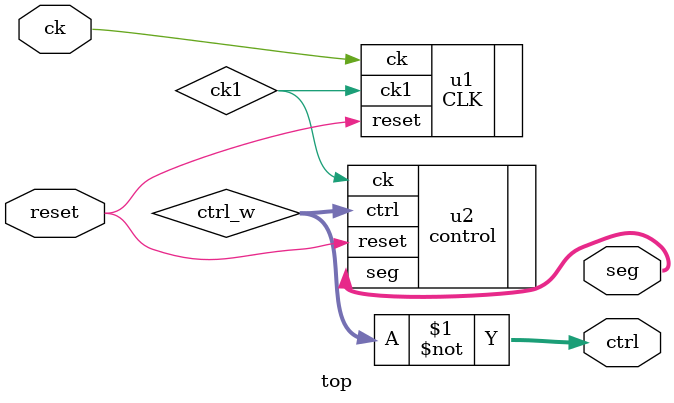
<source format=v>
module top(
	input ck,reset,
	output [7:0]seg,
	output [5:0]ctrl
);

wire [5:0]ctrl_w;
wire ck1;

assign ctrl = ~ctrl_w;

CLK u1(
	.ck(ck),
	.reset(reset),
	.ck1(ck1)
);

control u2(
	.ck(ck1),
	.reset(reset),
	.seg(seg),
	.ctrl(ctrl_w)
);

endmodule

</source>
